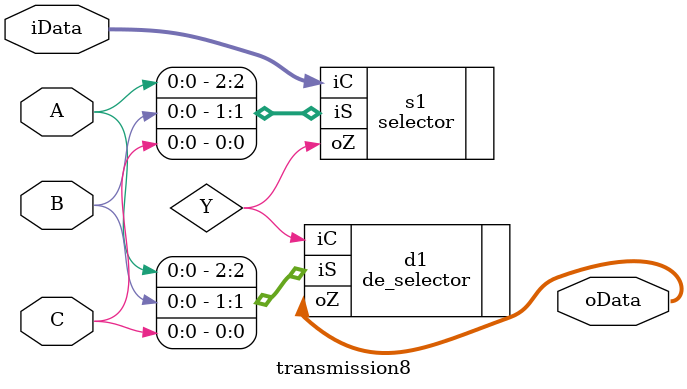
<source format=v>
`timescale 1ns / 1ns


module transmission8(
    input [7:0] iData,
    input A,
    input B,
    input C,
    output [7:0] oData
    );
    wire Y;
    selector #(3) s1 (
        .iC(iData),
        .iS({A, B, C}),
        .oZ(Y)
    );
        
    de_selector #(3) d1 (
        .iC(Y),
        .iS({A, B, C}),
        .oZ(oData)
    );
endmodule

</source>
